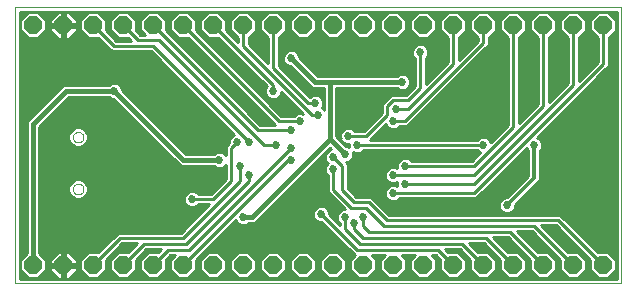
<source format=gbl>
G75*
G70*
%OFA0B0*%
%FSLAX24Y24*%
%IPPOS*%
%LPD*%
%AMOC8*
5,1,8,0,0,1.08239X$1,22.5*
%
%ADD10C,0.0000*%
%ADD11OC8,0.0600*%
%ADD12C,0.0100*%
%ADD13C,0.0270*%
%ADD14C,0.0160*%
%ADD15C,0.0120*%
D10*
X000350Y000158D02*
X000350Y009358D01*
X020550Y009358D01*
X020550Y000158D01*
X000350Y000158D01*
X002273Y003292D02*
X002275Y003318D01*
X002281Y003344D01*
X002291Y003369D01*
X002304Y003392D01*
X002320Y003412D01*
X002340Y003430D01*
X002362Y003445D01*
X002385Y003457D01*
X002411Y003465D01*
X002437Y003469D01*
X002463Y003469D01*
X002489Y003465D01*
X002515Y003457D01*
X002539Y003445D01*
X002560Y003430D01*
X002580Y003412D01*
X002596Y003392D01*
X002609Y003369D01*
X002619Y003344D01*
X002625Y003318D01*
X002627Y003292D01*
X002625Y003266D01*
X002619Y003240D01*
X002609Y003215D01*
X002596Y003192D01*
X002580Y003172D01*
X002560Y003154D01*
X002538Y003139D01*
X002515Y003127D01*
X002489Y003119D01*
X002463Y003115D01*
X002437Y003115D01*
X002411Y003119D01*
X002385Y003127D01*
X002361Y003139D01*
X002340Y003154D01*
X002320Y003172D01*
X002304Y003192D01*
X002291Y003215D01*
X002281Y003240D01*
X002275Y003266D01*
X002273Y003292D01*
X002273Y005024D02*
X002275Y005050D01*
X002281Y005076D01*
X002291Y005101D01*
X002304Y005124D01*
X002320Y005144D01*
X002340Y005162D01*
X002362Y005177D01*
X002385Y005189D01*
X002411Y005197D01*
X002437Y005201D01*
X002463Y005201D01*
X002489Y005197D01*
X002515Y005189D01*
X002539Y005177D01*
X002560Y005162D01*
X002580Y005144D01*
X002596Y005124D01*
X002609Y005101D01*
X002619Y005076D01*
X002625Y005050D01*
X002627Y005024D01*
X002625Y004998D01*
X002619Y004972D01*
X002609Y004947D01*
X002596Y004924D01*
X002580Y004904D01*
X002560Y004886D01*
X002538Y004871D01*
X002515Y004859D01*
X002489Y004851D01*
X002463Y004847D01*
X002437Y004847D01*
X002411Y004851D01*
X002385Y004859D01*
X002361Y004871D01*
X002340Y004886D01*
X002320Y004904D01*
X002304Y004924D01*
X002291Y004947D01*
X002281Y004972D01*
X002275Y004998D01*
X002273Y005024D01*
D11*
X001950Y008758D03*
X002950Y008758D03*
X003950Y008758D03*
X004950Y008758D03*
X005950Y008758D03*
X006950Y008758D03*
X007950Y008758D03*
X008950Y008758D03*
X009950Y008758D03*
X010950Y008758D03*
X011950Y008758D03*
X012950Y008758D03*
X013950Y008758D03*
X014950Y008758D03*
X015950Y008758D03*
X016950Y008758D03*
X017950Y008758D03*
X018950Y008758D03*
X019950Y008758D03*
X000950Y008758D03*
X000950Y000758D03*
X001950Y000758D03*
X002950Y000758D03*
X003950Y000758D03*
X004950Y000758D03*
X005950Y000758D03*
X006950Y000758D03*
X007950Y000758D03*
X008950Y000758D03*
X009950Y000758D03*
X010950Y000758D03*
X011950Y000758D03*
X012950Y000758D03*
X013950Y000758D03*
X014950Y000758D03*
X015950Y000758D03*
X016950Y000758D03*
X017950Y000758D03*
X018950Y000758D03*
X019950Y000758D03*
D12*
X018450Y002258D01*
X012750Y002258D01*
X012150Y002858D01*
X011650Y002858D01*
X011250Y003258D01*
X011250Y004058D01*
X010950Y004358D01*
X010775Y004158D02*
X010725Y004208D01*
X010685Y004305D01*
X010685Y004411D01*
X010725Y004508D01*
X010799Y004583D01*
X010890Y004620D01*
X010850Y004661D01*
X008460Y002271D01*
X008460Y002271D01*
X008337Y002148D01*
X008114Y002148D01*
X008100Y002133D01*
X008002Y002093D01*
X007897Y002093D01*
X007799Y002133D01*
X007725Y002208D01*
X007704Y002258D01*
X006380Y000934D01*
X006380Y000580D01*
X006128Y000328D01*
X005771Y000328D01*
X005520Y000580D01*
X005520Y000936D01*
X005662Y001078D01*
X005524Y001078D01*
X005380Y000934D01*
X005380Y000580D01*
X005128Y000328D01*
X004771Y000328D01*
X004520Y000580D01*
X004520Y000936D01*
X004771Y001188D01*
X005125Y001188D01*
X005215Y001278D01*
X004724Y001278D01*
X004380Y000934D01*
X004380Y000580D01*
X004128Y000328D01*
X003771Y000328D01*
X003520Y000580D01*
X003520Y000936D01*
X003771Y001188D01*
X004125Y001188D01*
X004415Y001478D01*
X003924Y001478D01*
X003380Y000934D01*
X003380Y000580D01*
X003128Y000328D01*
X002771Y000328D01*
X002520Y000580D01*
X002520Y000936D01*
X002771Y001188D01*
X003125Y001188D01*
X003670Y001733D01*
X003775Y001838D01*
X005875Y001838D01*
X006815Y002778D01*
X006444Y002778D01*
X006400Y002733D01*
X006302Y002693D01*
X006197Y002693D01*
X006099Y002733D01*
X006025Y002808D01*
X005985Y002905D01*
X005985Y003011D01*
X006025Y003108D01*
X006099Y003183D01*
X006197Y003223D01*
X006302Y003223D01*
X006400Y003183D01*
X006444Y003138D01*
X006875Y003138D01*
X007370Y003633D01*
X007370Y004103D01*
X007300Y004033D01*
X007202Y003993D01*
X007097Y003993D01*
X006999Y004033D01*
X006985Y004048D01*
X006037Y004048D01*
X005863Y004048D01*
X003618Y006293D01*
X003597Y006293D01*
X003499Y006333D01*
X003485Y006348D01*
X002137Y006348D01*
X001160Y005371D01*
X001160Y001156D01*
X001380Y000936D01*
X001380Y000580D01*
X001128Y000328D01*
X000771Y000328D01*
X000520Y000580D01*
X000520Y000936D01*
X000740Y001156D01*
X000740Y005371D01*
X000740Y005545D01*
X001840Y006645D01*
X001963Y006768D01*
X003485Y006768D01*
X003499Y006783D01*
X003597Y006823D01*
X003702Y006823D01*
X003800Y006783D01*
X003874Y006708D01*
X003915Y006611D01*
X003915Y006590D01*
X006037Y004468D01*
X006985Y004468D01*
X006999Y004483D01*
X007097Y004523D01*
X007202Y004523D01*
X007300Y004483D01*
X007370Y004413D01*
X007370Y004733D01*
X007475Y004838D01*
X007485Y004848D01*
X007485Y004911D01*
X007525Y005008D01*
X007599Y005083D01*
X007650Y005104D01*
X004875Y007878D01*
X003724Y007878D01*
X003575Y007878D01*
X003125Y008328D01*
X002771Y008328D01*
X002520Y008580D01*
X002520Y008936D01*
X002771Y009188D01*
X003128Y009188D01*
X003380Y008936D01*
X003380Y008583D01*
X003724Y008238D01*
X004215Y008238D01*
X004125Y008328D01*
X003771Y008328D01*
X003520Y008580D01*
X003520Y008936D01*
X003771Y009188D01*
X004128Y009188D01*
X004380Y008936D01*
X004380Y008583D01*
X004524Y008438D01*
X004662Y008438D01*
X004520Y008580D01*
X004520Y008936D01*
X004771Y009188D01*
X005128Y009188D01*
X005380Y008936D01*
X005380Y008583D01*
X008524Y005438D01*
X009015Y005438D01*
X006125Y008328D01*
X005771Y008328D01*
X005520Y008580D01*
X005520Y008936D01*
X005771Y009188D01*
X006128Y009188D01*
X006380Y008936D01*
X006380Y008583D01*
X009224Y005738D01*
X009655Y005738D01*
X009699Y005783D01*
X009797Y005823D01*
X009902Y005823D01*
X009950Y005803D01*
X009215Y006539D01*
X009215Y006505D01*
X009174Y006408D01*
X009100Y006333D01*
X009002Y006293D01*
X008897Y006293D01*
X008799Y006333D01*
X008725Y006408D01*
X008685Y006505D01*
X008685Y006611D01*
X008725Y006708D01*
X008735Y006718D01*
X007125Y008328D01*
X006771Y008328D01*
X006520Y008580D01*
X006520Y008936D01*
X006771Y009188D01*
X007128Y009188D01*
X007380Y008936D01*
X007380Y008583D01*
X007770Y008193D01*
X007770Y008330D01*
X007520Y008580D01*
X007520Y008936D01*
X007771Y009188D01*
X008128Y009188D01*
X008380Y008936D01*
X008380Y008580D01*
X008130Y008330D01*
X008130Y008133D01*
X008770Y007493D01*
X008770Y008330D01*
X008520Y008580D01*
X008520Y008936D01*
X008771Y009188D01*
X009128Y009188D01*
X009380Y008936D01*
X009380Y008580D01*
X009130Y008330D01*
X009130Y007407D01*
X010177Y006360D01*
X010199Y006383D01*
X010297Y006423D01*
X010402Y006423D01*
X010500Y006383D01*
X010574Y006308D01*
X010615Y006211D01*
X010615Y006105D01*
X010574Y006008D01*
X010564Y005998D01*
X010600Y005983D01*
X010640Y005943D01*
X010640Y006648D01*
X010263Y006648D01*
X010140Y006771D01*
X010140Y006771D01*
X009518Y007393D01*
X009497Y007393D01*
X009399Y007433D01*
X009325Y007508D01*
X009285Y007605D01*
X009285Y007711D01*
X009325Y007808D01*
X009399Y007883D01*
X009497Y007923D01*
X009602Y007923D01*
X009700Y007883D01*
X009774Y007808D01*
X009815Y007711D01*
X009815Y007690D01*
X010437Y007068D01*
X010763Y007068D01*
X010937Y007068D01*
X013085Y007068D01*
X013099Y007083D01*
X013197Y007123D01*
X013302Y007123D01*
X013400Y007083D01*
X013474Y007008D01*
X013515Y006911D01*
X013515Y006805D01*
X013474Y006708D01*
X013400Y006633D01*
X013302Y006593D01*
X013197Y006593D01*
X013099Y006633D01*
X013085Y006648D01*
X011060Y006648D01*
X011060Y005045D01*
X011382Y004723D01*
X011402Y004723D01*
X011493Y004686D01*
X011485Y004705D01*
X011485Y004793D01*
X011397Y004793D01*
X011299Y004833D01*
X011225Y004908D01*
X011185Y005005D01*
X011185Y005111D01*
X011225Y005208D01*
X011299Y005283D01*
X011397Y005323D01*
X011502Y005323D01*
X011600Y005283D01*
X011644Y005238D01*
X011975Y005238D01*
X012570Y005833D01*
X012570Y006133D01*
X012675Y006238D01*
X012875Y006438D01*
X013024Y006438D01*
X013375Y006438D01*
X013670Y006733D01*
X013670Y007663D01*
X013625Y007708D01*
X013585Y007805D01*
X013585Y007911D01*
X013625Y008008D01*
X013699Y008083D01*
X013797Y008123D01*
X013902Y008123D01*
X014000Y008083D01*
X014074Y008008D01*
X014115Y007911D01*
X014115Y007805D01*
X014074Y007708D01*
X014030Y007663D01*
X014030Y006793D01*
X014770Y007533D01*
X014770Y008330D01*
X014520Y008580D01*
X014520Y008936D01*
X014771Y009188D01*
X015128Y009188D01*
X015380Y008936D01*
X015380Y008580D01*
X015130Y008330D01*
X015130Y007593D01*
X015770Y008233D01*
X015130Y008233D01*
X015131Y008331D02*
X015768Y008331D01*
X015770Y008330D02*
X015770Y008233D01*
X015770Y008330D02*
X015520Y008580D01*
X015520Y008936D01*
X015771Y009188D01*
X016128Y009188D01*
X016380Y008936D01*
X016380Y008580D01*
X016130Y008330D01*
X016130Y008084D01*
X016024Y007978D01*
X016024Y007978D01*
X013424Y005378D01*
X013275Y005378D01*
X013144Y005378D01*
X013100Y005333D01*
X013002Y005293D01*
X012897Y005293D01*
X012799Y005333D01*
X012725Y005408D01*
X012704Y005458D01*
X012230Y004984D01*
X012184Y004938D01*
X015755Y004938D01*
X015799Y004983D01*
X015897Y005023D01*
X016002Y005023D01*
X016100Y004983D01*
X016174Y004908D01*
X016195Y004858D01*
X016770Y005433D01*
X016770Y008330D01*
X016520Y008580D01*
X016520Y008936D01*
X016771Y009188D01*
X017128Y009188D01*
X017380Y008936D01*
X017380Y008580D01*
X017130Y008330D01*
X017130Y005493D01*
X017770Y006133D01*
X017770Y008330D01*
X017520Y008580D01*
X017520Y008936D01*
X017771Y009188D01*
X018128Y009188D01*
X018380Y008936D01*
X018380Y008580D01*
X018130Y008330D01*
X018130Y006193D01*
X018770Y006833D01*
X018770Y008330D01*
X018520Y008580D01*
X018520Y008936D01*
X018771Y009188D01*
X019128Y009188D01*
X019380Y008936D01*
X019380Y008580D01*
X019130Y008330D01*
X019130Y006893D01*
X019770Y007533D01*
X019770Y008330D01*
X019520Y008580D01*
X019520Y008936D01*
X019771Y009188D01*
X020128Y009188D01*
X020380Y008936D01*
X020380Y008580D01*
X020130Y008330D01*
X020130Y007384D01*
X020024Y007278D01*
X017749Y005004D01*
X017800Y004983D01*
X017874Y004908D01*
X017915Y004811D01*
X017915Y004705D01*
X017874Y004608D01*
X017840Y004573D01*
X017840Y003737D01*
X017840Y003579D01*
X017015Y002754D01*
X017015Y002705D01*
X016974Y002608D01*
X016900Y002533D01*
X016802Y002493D01*
X016697Y002493D01*
X016599Y002533D01*
X016525Y002608D01*
X016485Y002705D01*
X016485Y002811D01*
X016525Y002908D01*
X016599Y002983D01*
X016697Y003023D01*
X016746Y003023D01*
X017460Y003737D01*
X017460Y004573D01*
X017425Y004608D01*
X017404Y004658D01*
X015724Y002978D01*
X015575Y002978D01*
X013144Y002978D01*
X013100Y002933D01*
X013002Y002893D01*
X012897Y002893D01*
X012799Y002933D01*
X012725Y003008D01*
X012685Y003105D01*
X012685Y003211D01*
X012725Y003308D01*
X012799Y003383D01*
X012897Y003423D01*
X013002Y003423D01*
X013093Y003386D01*
X013085Y003405D01*
X013085Y003511D01*
X013093Y003531D01*
X013002Y003493D01*
X012897Y003493D01*
X012799Y003533D01*
X012725Y003608D01*
X012685Y003705D01*
X012685Y003811D01*
X012725Y003908D01*
X012799Y003983D01*
X012897Y004023D01*
X013002Y004023D01*
X013093Y003986D01*
X013085Y004005D01*
X013085Y004111D01*
X013125Y004208D01*
X013199Y004283D01*
X013297Y004323D01*
X013402Y004323D01*
X013500Y004283D01*
X013544Y004238D01*
X015575Y004238D01*
X015850Y004513D01*
X015799Y004533D01*
X015755Y004578D01*
X011944Y004578D01*
X011900Y004533D01*
X011802Y004493D01*
X011697Y004493D01*
X011606Y004531D01*
X011615Y004511D01*
X011615Y004405D01*
X011574Y004308D01*
X011500Y004233D01*
X011402Y004193D01*
X011369Y004193D01*
X011430Y004133D01*
X011430Y003984D01*
X011430Y003333D01*
X011724Y003038D01*
X012075Y003038D01*
X012224Y003038D01*
X012824Y002438D01*
X018375Y002438D01*
X018524Y002438D01*
X019774Y001188D01*
X020128Y001188D01*
X020380Y000936D01*
X020380Y000580D01*
X020128Y000328D01*
X019771Y000328D01*
X019520Y000580D01*
X019520Y000934D01*
X018375Y002078D01*
X017884Y002078D01*
X018774Y001188D01*
X019128Y001188D01*
X019380Y000936D01*
X019380Y000580D01*
X019128Y000328D01*
X018771Y000328D01*
X018520Y000580D01*
X018520Y000934D01*
X017575Y001878D01*
X017084Y001878D01*
X017774Y001188D01*
X018128Y001188D01*
X018380Y000936D01*
X018380Y000580D01*
X018128Y000328D01*
X017771Y000328D01*
X017520Y000580D01*
X017520Y000934D01*
X016775Y001678D01*
X016284Y001678D01*
X016774Y001188D01*
X017128Y001188D01*
X017380Y000936D01*
X017380Y000580D01*
X017128Y000328D01*
X016771Y000328D01*
X016520Y000580D01*
X016520Y000934D01*
X015975Y001478D01*
X015484Y001478D01*
X015774Y001188D01*
X016128Y001188D01*
X016380Y000936D01*
X016380Y000580D01*
X016128Y000328D01*
X015771Y000328D01*
X015520Y000580D01*
X015520Y000934D01*
X015175Y001278D01*
X014684Y001278D01*
X014774Y001188D01*
X015128Y001188D01*
X015380Y000936D01*
X015380Y000580D01*
X015128Y000328D01*
X014771Y000328D01*
X014520Y000580D01*
X014520Y000934D01*
X014375Y001078D01*
X014238Y001078D01*
X014380Y000936D01*
X014380Y000580D01*
X014128Y000328D01*
X013771Y000328D01*
X013520Y000580D01*
X013520Y000936D01*
X013662Y001078D01*
X013238Y001078D01*
X013380Y000936D01*
X013380Y000580D01*
X013128Y000328D01*
X012771Y000328D01*
X012520Y000580D01*
X012520Y000936D01*
X012662Y001078D01*
X012238Y001078D01*
X012380Y000936D01*
X012380Y000580D01*
X012128Y000328D01*
X011771Y000328D01*
X011520Y000580D01*
X011520Y000936D01*
X011668Y001085D01*
X011570Y001184D01*
X010560Y002193D01*
X010497Y002193D01*
X010399Y002233D01*
X010325Y002308D01*
X010285Y002405D01*
X010285Y002511D01*
X010325Y002608D01*
X010399Y002683D01*
X010497Y002723D01*
X010602Y002723D01*
X010700Y002683D01*
X010774Y002608D01*
X010815Y002511D01*
X010815Y002448D01*
X011170Y002093D01*
X011170Y002163D01*
X011125Y002208D01*
X011085Y002305D01*
X011085Y002411D01*
X011125Y002508D01*
X011199Y002583D01*
X011297Y002623D01*
X011330Y002623D01*
X010770Y003184D01*
X010770Y003333D01*
X010770Y003763D01*
X010725Y003808D01*
X010685Y003905D01*
X010685Y004011D01*
X010725Y004108D01*
X010775Y004158D01*
X010740Y004193D02*
X010381Y004193D01*
X010480Y004291D02*
X010691Y004291D01*
X010685Y004390D02*
X010578Y004390D01*
X010677Y004488D02*
X010717Y004488D01*
X010775Y004587D02*
X010809Y004587D01*
X011321Y004784D02*
X011485Y004784D01*
X011251Y004882D02*
X011222Y004882D01*
X011195Y004981D02*
X011124Y004981D01*
X011185Y005079D02*
X011060Y005079D01*
X011060Y005178D02*
X011212Y005178D01*
X011293Y005277D02*
X011060Y005277D01*
X011060Y005375D02*
X012112Y005375D01*
X012014Y005277D02*
X011606Y005277D01*
X011450Y005058D02*
X012050Y005058D01*
X012750Y005758D01*
X012750Y006058D01*
X012950Y006258D01*
X013450Y006258D01*
X013850Y006658D01*
X013850Y007858D01*
X014088Y007740D02*
X014770Y007740D01*
X014770Y007642D02*
X014030Y007642D01*
X014030Y007543D02*
X014770Y007543D01*
X014681Y007444D02*
X014030Y007444D01*
X014030Y007346D02*
X014583Y007346D01*
X014484Y007247D02*
X014030Y007247D01*
X014030Y007149D02*
X014386Y007149D01*
X014287Y007050D02*
X014030Y007050D01*
X014030Y006952D02*
X014189Y006952D01*
X014090Y006853D02*
X014030Y006853D01*
X013670Y006853D02*
X013515Y006853D01*
X013498Y006952D02*
X013670Y006952D01*
X013670Y007050D02*
X013432Y007050D01*
X013670Y007149D02*
X010356Y007149D01*
X010257Y007247D02*
X013670Y007247D01*
X013670Y007346D02*
X010159Y007346D01*
X010060Y007444D02*
X013670Y007444D01*
X013670Y007543D02*
X009962Y007543D01*
X009863Y007642D02*
X013670Y007642D01*
X013612Y007740D02*
X009802Y007740D01*
X009744Y007839D02*
X013585Y007839D01*
X013596Y007937D02*
X009130Y007937D01*
X009130Y007839D02*
X009355Y007839D01*
X009297Y007740D02*
X009130Y007740D01*
X009130Y007642D02*
X009285Y007642D01*
X009310Y007543D02*
X009130Y007543D01*
X009130Y007444D02*
X009388Y007444D01*
X009565Y007346D02*
X009191Y007346D01*
X009289Y007247D02*
X009663Y007247D01*
X009762Y007149D02*
X009388Y007149D01*
X009486Y007050D02*
X009860Y007050D01*
X009959Y006952D02*
X009585Y006952D01*
X009683Y006853D02*
X010057Y006853D01*
X010156Y006755D02*
X009782Y006755D01*
X009880Y006656D02*
X010255Y006656D01*
X009979Y006558D02*
X010640Y006558D01*
X010640Y006459D02*
X010077Y006459D01*
X010176Y006361D02*
X010177Y006361D01*
X010522Y006361D02*
X010640Y006361D01*
X010640Y006262D02*
X010593Y006262D01*
X010615Y006163D02*
X010640Y006163D01*
X010640Y006065D02*
X010598Y006065D01*
X010616Y005966D02*
X010640Y005966D01*
X011060Y005966D02*
X012570Y005966D01*
X012570Y005868D02*
X011060Y005868D01*
X011060Y005769D02*
X012506Y005769D01*
X012408Y005671D02*
X011060Y005671D01*
X011060Y005572D02*
X012309Y005572D01*
X012211Y005474D02*
X011060Y005474D01*
X010450Y005758D02*
X010250Y005758D01*
X007950Y008058D01*
X007950Y008758D01*
X008380Y008726D02*
X008520Y008726D01*
X008520Y008824D02*
X008380Y008824D01*
X008380Y008923D02*
X008520Y008923D01*
X008605Y009021D02*
X008295Y009021D01*
X008196Y009120D02*
X008703Y009120D01*
X009196Y009120D02*
X009703Y009120D01*
X009771Y009188D02*
X009520Y008936D01*
X009520Y008580D01*
X009771Y008328D01*
X010128Y008328D01*
X010380Y008580D01*
X010380Y008936D01*
X010128Y009188D01*
X009771Y009188D01*
X010196Y009120D02*
X010703Y009120D01*
X010771Y009188D02*
X010520Y008936D01*
X010520Y008580D01*
X010771Y008328D01*
X011128Y008328D01*
X011380Y008580D01*
X011380Y008936D01*
X011128Y009188D01*
X010771Y009188D01*
X011196Y009120D02*
X011703Y009120D01*
X011771Y009188D02*
X011520Y008936D01*
X011520Y008580D01*
X011771Y008328D01*
X012128Y008328D01*
X012380Y008580D01*
X012380Y008936D01*
X012128Y009188D01*
X011771Y009188D01*
X011605Y009021D02*
X011295Y009021D01*
X011380Y008923D02*
X011520Y008923D01*
X011520Y008824D02*
X011380Y008824D01*
X011380Y008726D02*
X011520Y008726D01*
X011520Y008627D02*
X011380Y008627D01*
X011328Y008528D02*
X011571Y008528D01*
X011670Y008430D02*
X011229Y008430D01*
X011131Y008331D02*
X011768Y008331D01*
X012131Y008331D02*
X012768Y008331D01*
X012771Y008328D02*
X013128Y008328D01*
X013380Y008580D01*
X013380Y008936D01*
X013128Y009188D01*
X012771Y009188D01*
X012520Y008936D01*
X012520Y008580D01*
X012771Y008328D01*
X012670Y008430D02*
X012229Y008430D01*
X012328Y008528D02*
X012571Y008528D01*
X012520Y008627D02*
X012380Y008627D01*
X012380Y008726D02*
X012520Y008726D01*
X012520Y008824D02*
X012380Y008824D01*
X012380Y008923D02*
X012520Y008923D01*
X012605Y009021D02*
X012295Y009021D01*
X012196Y009120D02*
X012703Y009120D01*
X013196Y009120D02*
X013703Y009120D01*
X013771Y009188D02*
X013520Y008936D01*
X013520Y008580D01*
X013771Y008328D01*
X014128Y008328D01*
X014380Y008580D01*
X014380Y008936D01*
X014128Y009188D01*
X013771Y009188D01*
X014196Y009120D02*
X014703Y009120D01*
X014605Y009021D02*
X014295Y009021D01*
X014380Y008923D02*
X014520Y008923D01*
X014520Y008824D02*
X014380Y008824D01*
X014380Y008726D02*
X014520Y008726D01*
X014520Y008627D02*
X014380Y008627D01*
X014328Y008528D02*
X014571Y008528D01*
X014670Y008430D02*
X014229Y008430D01*
X014131Y008331D02*
X014768Y008331D01*
X014770Y008233D02*
X009130Y008233D01*
X009131Y008331D02*
X009768Y008331D01*
X009670Y008430D02*
X009229Y008430D01*
X009328Y008528D02*
X009571Y008528D01*
X009520Y008627D02*
X009380Y008627D01*
X009380Y008726D02*
X009520Y008726D01*
X009520Y008824D02*
X009380Y008824D01*
X009380Y008923D02*
X009520Y008923D01*
X009605Y009021D02*
X009295Y009021D01*
X008950Y008758D02*
X008950Y007332D01*
X010124Y006158D01*
X010350Y006158D01*
X009787Y005966D02*
X008996Y005966D01*
X009094Y005868D02*
X009885Y005868D01*
X009686Y005769D02*
X009193Y005769D01*
X008782Y005671D02*
X008291Y005671D01*
X008193Y005769D02*
X008684Y005769D01*
X008585Y005868D02*
X008094Y005868D01*
X007996Y005966D02*
X008487Y005966D01*
X008388Y006065D02*
X007897Y006065D01*
X007799Y006163D02*
X008290Y006163D01*
X008191Y006262D02*
X007700Y006262D01*
X007602Y006361D02*
X008093Y006361D01*
X007994Y006459D02*
X007503Y006459D01*
X007405Y006558D02*
X007896Y006558D01*
X007797Y006656D02*
X007306Y006656D01*
X007208Y006755D02*
X007698Y006755D01*
X007600Y006853D02*
X007109Y006853D01*
X007010Y006952D02*
X007501Y006952D01*
X007403Y007050D02*
X006912Y007050D01*
X006813Y007149D02*
X007304Y007149D01*
X007206Y007247D02*
X006715Y007247D01*
X006616Y007346D02*
X007107Y007346D01*
X007009Y007444D02*
X006518Y007444D01*
X006419Y007543D02*
X006910Y007543D01*
X006812Y007642D02*
X006321Y007642D01*
X006222Y007740D02*
X006713Y007740D01*
X006614Y007839D02*
X006124Y007839D01*
X006025Y007937D02*
X006516Y007937D01*
X006417Y008036D02*
X005926Y008036D01*
X005828Y008134D02*
X006319Y008134D01*
X006220Y008233D02*
X005729Y008233D01*
X005768Y008331D02*
X005631Y008331D01*
X005670Y008430D02*
X005532Y008430D01*
X005571Y008528D02*
X005434Y008528D01*
X005380Y008627D02*
X005520Y008627D01*
X005520Y008726D02*
X005380Y008726D01*
X005380Y008824D02*
X005520Y008824D01*
X005520Y008923D02*
X005380Y008923D01*
X005295Y009021D02*
X005605Y009021D01*
X005703Y009120D02*
X005196Y009120D01*
X004703Y009120D02*
X004196Y009120D01*
X004295Y009021D02*
X004605Y009021D01*
X004520Y008923D02*
X004380Y008923D01*
X004380Y008824D02*
X004520Y008824D01*
X004520Y008726D02*
X004380Y008726D01*
X004380Y008627D02*
X004520Y008627D01*
X004571Y008528D02*
X004434Y008528D01*
X003768Y008331D02*
X003631Y008331D01*
X003670Y008430D02*
X003532Y008430D01*
X003571Y008528D02*
X003434Y008528D01*
X003380Y008627D02*
X003520Y008627D01*
X003520Y008726D02*
X003380Y008726D01*
X003380Y008824D02*
X003520Y008824D01*
X003520Y008923D02*
X003380Y008923D01*
X003295Y009021D02*
X003605Y009021D01*
X003703Y009120D02*
X003196Y009120D01*
X002703Y009120D02*
X002224Y009120D01*
X002136Y009208D02*
X002000Y009208D01*
X002000Y008808D01*
X002400Y008808D01*
X002400Y008944D01*
X002136Y009208D01*
X002000Y009120D02*
X001900Y009120D01*
X001900Y009208D02*
X001763Y009208D01*
X001500Y008944D01*
X001500Y008808D01*
X001899Y008808D01*
X001899Y008708D01*
X001500Y008708D01*
X001500Y008572D01*
X001763Y008308D01*
X001900Y008308D01*
X001900Y008708D01*
X002000Y008708D01*
X002000Y008808D01*
X001900Y008808D01*
X001900Y009208D01*
X001675Y009120D02*
X001196Y009120D01*
X001128Y009188D02*
X000771Y009188D01*
X000520Y008936D01*
X000520Y008580D01*
X000771Y008328D01*
X001128Y008328D01*
X001380Y008580D01*
X001380Y008936D01*
X001128Y009188D01*
X000703Y009120D02*
X000500Y009120D01*
X000500Y009208D02*
X020400Y009208D01*
X020400Y000308D01*
X000500Y000308D01*
X000500Y009208D01*
X000500Y009021D02*
X000605Y009021D01*
X000520Y008923D02*
X000500Y008923D01*
X000500Y008824D02*
X000520Y008824D01*
X000520Y008726D02*
X000500Y008726D01*
X000500Y008627D02*
X000520Y008627D01*
X000500Y008528D02*
X000571Y008528D01*
X000500Y008430D02*
X000670Y008430D01*
X000768Y008331D02*
X000500Y008331D01*
X000500Y008233D02*
X003220Y008233D01*
X003319Y008134D02*
X000500Y008134D01*
X000500Y008036D02*
X003417Y008036D01*
X003516Y007937D02*
X000500Y007937D01*
X000500Y007839D02*
X004914Y007839D01*
X005013Y007740D02*
X000500Y007740D01*
X000500Y007642D02*
X005112Y007642D01*
X005210Y007543D02*
X000500Y007543D01*
X000500Y007444D02*
X005309Y007444D01*
X005407Y007346D02*
X000500Y007346D01*
X000500Y007247D02*
X005506Y007247D01*
X005604Y007149D02*
X000500Y007149D01*
X000500Y007050D02*
X005703Y007050D01*
X005801Y006952D02*
X000500Y006952D01*
X000500Y006853D02*
X005900Y006853D01*
X005998Y006755D02*
X003828Y006755D01*
X003896Y006656D02*
X006097Y006656D01*
X006196Y006558D02*
X003947Y006558D01*
X004046Y006459D02*
X006294Y006459D01*
X006393Y006361D02*
X004144Y006361D01*
X004243Y006262D02*
X006491Y006262D01*
X006590Y006163D02*
X004341Y006163D01*
X004440Y006065D02*
X006688Y006065D01*
X006787Y005966D02*
X004538Y005966D01*
X004637Y005868D02*
X006885Y005868D01*
X006984Y005769D02*
X004735Y005769D01*
X004834Y005671D02*
X007082Y005671D01*
X007181Y005572D02*
X004932Y005572D01*
X005031Y005474D02*
X007280Y005474D01*
X007378Y005375D02*
X005130Y005375D01*
X005228Y005277D02*
X007477Y005277D01*
X007575Y005178D02*
X005327Y005178D01*
X005425Y005079D02*
X007596Y005079D01*
X007514Y004981D02*
X005524Y004981D01*
X005622Y004882D02*
X007485Y004882D01*
X007421Y004784D02*
X005721Y004784D01*
X005819Y004685D02*
X007370Y004685D01*
X007370Y004587D02*
X005918Y004587D01*
X006016Y004488D02*
X007013Y004488D01*
X007286Y004488D02*
X007370Y004488D01*
X007550Y004658D02*
X007550Y003558D01*
X006950Y002958D01*
X006250Y002958D01*
X005985Y002911D02*
X001160Y002911D01*
X001160Y002813D02*
X006023Y002813D01*
X006145Y002714D02*
X001160Y002714D01*
X001160Y002616D02*
X006653Y002616D01*
X006751Y002714D02*
X006354Y002714D01*
X006554Y002517D02*
X001160Y002517D01*
X001160Y002419D02*
X006456Y002419D01*
X006357Y002320D02*
X001160Y002320D01*
X001160Y002222D02*
X006259Y002222D01*
X006160Y002123D02*
X001160Y002123D01*
X001160Y002025D02*
X006062Y002025D01*
X005963Y001926D02*
X001160Y001926D01*
X001160Y001828D02*
X003764Y001828D01*
X003666Y001729D02*
X001160Y001729D01*
X001160Y001630D02*
X003567Y001630D01*
X003469Y001532D02*
X001160Y001532D01*
X001160Y001433D02*
X003370Y001433D01*
X003272Y001335D02*
X001160Y001335D01*
X000740Y001335D02*
X000500Y001335D01*
X000500Y001433D02*
X000740Y001433D01*
X000740Y001532D02*
X000500Y001532D01*
X000500Y001630D02*
X000740Y001630D01*
X000740Y001729D02*
X000500Y001729D01*
X000500Y001828D02*
X000740Y001828D01*
X000740Y001926D02*
X000500Y001926D01*
X000500Y002025D02*
X000740Y002025D01*
X000740Y002123D02*
X000500Y002123D01*
X000500Y002222D02*
X000740Y002222D01*
X000740Y002320D02*
X000500Y002320D01*
X000500Y002419D02*
X000740Y002419D01*
X000740Y002517D02*
X000500Y002517D01*
X000500Y002616D02*
X000740Y002616D01*
X000740Y002714D02*
X000500Y002714D01*
X000500Y002813D02*
X000740Y002813D01*
X000740Y002911D02*
X000500Y002911D01*
X000500Y003010D02*
X000740Y003010D01*
X000740Y003109D02*
X000500Y003109D01*
X000500Y003207D02*
X000740Y003207D01*
X000740Y003306D02*
X000500Y003306D01*
X000500Y003404D02*
X000740Y003404D01*
X000740Y003503D02*
X000500Y003503D01*
X000500Y003601D02*
X000740Y003601D01*
X000740Y003700D02*
X000500Y003700D01*
X000500Y003798D02*
X000740Y003798D01*
X000740Y003897D02*
X000500Y003897D01*
X000500Y003995D02*
X000740Y003995D01*
X000740Y004094D02*
X000500Y004094D01*
X000500Y004193D02*
X000740Y004193D01*
X000740Y004291D02*
X000500Y004291D01*
X000500Y004390D02*
X000740Y004390D01*
X000740Y004488D02*
X000500Y004488D01*
X000500Y004587D02*
X000740Y004587D01*
X000740Y004685D02*
X000500Y004685D01*
X000500Y004784D02*
X000740Y004784D01*
X000740Y004882D02*
X000500Y004882D01*
X000500Y004981D02*
X000740Y004981D01*
X000740Y005079D02*
X000500Y005079D01*
X000500Y005178D02*
X000740Y005178D01*
X000740Y005277D02*
X000500Y005277D01*
X000500Y005375D02*
X000740Y005375D01*
X000740Y005474D02*
X000500Y005474D01*
X000500Y005572D02*
X000767Y005572D01*
X000865Y005671D02*
X000500Y005671D01*
X000500Y005769D02*
X000964Y005769D01*
X001062Y005868D02*
X000500Y005868D01*
X000500Y005966D02*
X001161Y005966D01*
X001259Y006065D02*
X000500Y006065D01*
X000500Y006163D02*
X001358Y006163D01*
X001456Y006262D02*
X000500Y006262D01*
X000500Y006361D02*
X001555Y006361D01*
X001654Y006459D02*
X000500Y006459D01*
X000500Y006558D02*
X001752Y006558D01*
X001851Y006656D02*
X000500Y006656D01*
X000500Y006755D02*
X001949Y006755D01*
X002050Y006262D02*
X003649Y006262D01*
X003747Y006163D02*
X001952Y006163D01*
X001853Y006065D02*
X003846Y006065D01*
X003944Y005966D02*
X001755Y005966D01*
X001656Y005868D02*
X004043Y005868D01*
X004141Y005769D02*
X001558Y005769D01*
X001459Y005671D02*
X004240Y005671D01*
X004339Y005572D02*
X001361Y005572D01*
X001262Y005474D02*
X004437Y005474D01*
X004536Y005375D02*
X001164Y005375D01*
X001160Y005277D02*
X002239Y005277D01*
X002264Y005302D02*
X002172Y005210D01*
X002122Y005089D01*
X002122Y004959D01*
X002172Y004839D01*
X002264Y004747D01*
X002384Y004697D01*
X002515Y004697D01*
X002635Y004747D01*
X002727Y004839D01*
X002777Y004959D01*
X002777Y005089D01*
X002727Y005210D01*
X002635Y005302D01*
X002515Y005351D01*
X002384Y005351D01*
X002264Y005302D01*
X002159Y005178D02*
X001160Y005178D01*
X001160Y005079D02*
X002122Y005079D01*
X002122Y004981D02*
X001160Y004981D01*
X001160Y004882D02*
X002154Y004882D01*
X002227Y004784D02*
X001160Y004784D01*
X001160Y004685D02*
X005225Y004685D01*
X005127Y004784D02*
X002672Y004784D01*
X002745Y004882D02*
X005028Y004882D01*
X004930Y004981D02*
X002777Y004981D01*
X002777Y005079D02*
X004831Y005079D01*
X004733Y005178D02*
X002740Y005178D01*
X002660Y005277D02*
X004634Y005277D01*
X005324Y004587D02*
X001160Y004587D01*
X001160Y004488D02*
X005423Y004488D01*
X005521Y004390D02*
X001160Y004390D01*
X001160Y004291D02*
X005620Y004291D01*
X005718Y004193D02*
X001160Y004193D01*
X001160Y004094D02*
X005817Y004094D01*
X007091Y003995D02*
X001160Y003995D01*
X001160Y003897D02*
X007370Y003897D01*
X007370Y003798D02*
X001160Y003798D01*
X001160Y003700D02*
X007370Y003700D01*
X007338Y003601D02*
X002558Y003601D01*
X002515Y003619D02*
X002635Y003569D01*
X002727Y003477D01*
X002777Y003357D01*
X002777Y003227D01*
X002727Y003107D01*
X002635Y003015D01*
X002515Y002965D01*
X002384Y002965D01*
X002264Y003015D01*
X002172Y003107D01*
X002122Y003227D01*
X002122Y003357D01*
X002172Y003477D01*
X002264Y003569D01*
X002384Y003619D01*
X002515Y003619D01*
X002342Y003601D02*
X001160Y003601D01*
X001160Y003503D02*
X002198Y003503D01*
X002142Y003404D02*
X001160Y003404D01*
X001160Y003306D02*
X002122Y003306D01*
X002131Y003207D02*
X001160Y003207D01*
X001160Y003109D02*
X002171Y003109D01*
X002275Y003010D02*
X001160Y003010D01*
X002624Y003010D02*
X005985Y003010D01*
X006025Y003109D02*
X002728Y003109D01*
X002769Y003207D02*
X006158Y003207D01*
X006341Y003207D02*
X006944Y003207D01*
X007043Y003306D02*
X002777Y003306D01*
X002757Y003404D02*
X007141Y003404D01*
X007240Y003503D02*
X002701Y003503D01*
X007208Y003995D02*
X007370Y003995D01*
X007360Y004094D02*
X007370Y004094D01*
X007850Y004058D02*
X007850Y003558D01*
X005950Y001658D01*
X003850Y001658D01*
X002950Y000758D01*
X003380Y000744D02*
X003520Y000744D01*
X003520Y000842D02*
X003380Y000842D01*
X003387Y000941D02*
X003524Y000941D01*
X003485Y001039D02*
X003623Y001039D01*
X003584Y001138D02*
X003721Y001138D01*
X003682Y001236D02*
X004173Y001236D01*
X004584Y001138D02*
X004721Y001138D01*
X004682Y001236D02*
X005173Y001236D01*
X005450Y001258D02*
X004950Y000758D01*
X004520Y000744D02*
X004380Y000744D01*
X004380Y000842D02*
X004520Y000842D01*
X004524Y000941D02*
X004387Y000941D01*
X004485Y001039D02*
X004623Y001039D01*
X004650Y001458D02*
X003950Y000758D01*
X003520Y000645D02*
X003380Y000645D01*
X003346Y000546D02*
X003553Y000546D01*
X003652Y000448D02*
X003247Y000448D01*
X003149Y000349D02*
X003750Y000349D01*
X004149Y000349D02*
X004750Y000349D01*
X004652Y000448D02*
X004247Y000448D01*
X004346Y000546D02*
X004553Y000546D01*
X004520Y000645D02*
X004380Y000645D01*
X005247Y000448D02*
X005652Y000448D01*
X005750Y000349D02*
X005149Y000349D01*
X005346Y000546D02*
X005553Y000546D01*
X005520Y000645D02*
X005380Y000645D01*
X005380Y000744D02*
X005520Y000744D01*
X005520Y000842D02*
X005380Y000842D01*
X005387Y000941D02*
X005524Y000941D01*
X005485Y001039D02*
X005623Y001039D01*
X005450Y001258D02*
X006150Y001258D01*
X009550Y004658D01*
X009050Y004758D02*
X008650Y004758D01*
X005150Y008258D01*
X004450Y008258D01*
X003950Y008758D01*
X003650Y008058D02*
X002950Y008758D01*
X002520Y008726D02*
X002000Y008726D01*
X002000Y008708D02*
X002400Y008708D01*
X002400Y008572D01*
X002136Y008308D01*
X002000Y008308D01*
X002000Y008708D01*
X002000Y008627D02*
X001900Y008627D01*
X001900Y008528D02*
X002000Y008528D01*
X002000Y008430D02*
X001900Y008430D01*
X001900Y008331D02*
X002000Y008331D01*
X002159Y008331D02*
X002768Y008331D01*
X002670Y008430D02*
X002258Y008430D01*
X002356Y008528D02*
X002571Y008528D01*
X002520Y008627D02*
X002400Y008627D01*
X001899Y008726D02*
X001380Y008726D01*
X001380Y008824D02*
X001500Y008824D01*
X001500Y008923D02*
X001380Y008923D01*
X001295Y009021D02*
X001576Y009021D01*
X001900Y009021D02*
X002000Y009021D01*
X002000Y008923D02*
X001900Y008923D01*
X001900Y008824D02*
X002000Y008824D01*
X002400Y008824D02*
X002520Y008824D01*
X002520Y008923D02*
X002400Y008923D01*
X002323Y009021D02*
X002605Y009021D01*
X001500Y008627D02*
X001380Y008627D01*
X001328Y008528D02*
X001543Y008528D01*
X001641Y008430D02*
X001229Y008430D01*
X001131Y008331D02*
X001740Y008331D01*
X003650Y008058D02*
X004950Y008058D01*
X008150Y004858D01*
X007750Y004858D02*
X007550Y004658D01*
X009450Y004258D02*
X005950Y000758D01*
X006380Y000744D02*
X006520Y000744D01*
X006520Y000842D02*
X006380Y000842D01*
X006387Y000941D02*
X006524Y000941D01*
X006520Y000936D02*
X006520Y000580D01*
X006771Y000328D01*
X007128Y000328D01*
X007380Y000580D01*
X007380Y000936D01*
X007128Y001188D01*
X006771Y001188D01*
X006520Y000936D01*
X006485Y001039D02*
X006623Y001039D01*
X006584Y001138D02*
X006721Y001138D01*
X006682Y001236D02*
X011517Y001236D01*
X011615Y001138D02*
X011178Y001138D01*
X011128Y001188D02*
X010771Y001188D01*
X010520Y000936D01*
X010520Y000580D01*
X010771Y000328D01*
X011128Y000328D01*
X011380Y000580D01*
X011380Y000936D01*
X011128Y001188D01*
X010721Y001138D02*
X010178Y001138D01*
X010128Y001188D02*
X009771Y001188D01*
X009520Y000936D01*
X009520Y000580D01*
X009771Y000328D01*
X010128Y000328D01*
X010380Y000580D01*
X010380Y000936D01*
X010128Y001188D01*
X009721Y001138D02*
X009178Y001138D01*
X009128Y001188D02*
X008771Y001188D01*
X008520Y000936D01*
X008520Y000580D01*
X008771Y000328D01*
X009128Y000328D01*
X009380Y000580D01*
X009380Y000936D01*
X009128Y001188D01*
X009277Y001039D02*
X009623Y001039D01*
X009524Y000941D02*
X009375Y000941D01*
X009380Y000842D02*
X009520Y000842D01*
X009520Y000744D02*
X009380Y000744D01*
X009380Y000645D02*
X009520Y000645D01*
X009553Y000546D02*
X009346Y000546D01*
X009247Y000448D02*
X009652Y000448D01*
X009750Y000349D02*
X009149Y000349D01*
X008750Y000349D02*
X008149Y000349D01*
X008128Y000328D02*
X008380Y000580D01*
X008380Y000936D01*
X008128Y001188D01*
X007771Y001188D01*
X007520Y000936D01*
X007520Y000580D01*
X007771Y000328D01*
X008128Y000328D01*
X008247Y000448D02*
X008652Y000448D01*
X008553Y000546D02*
X008346Y000546D01*
X008380Y000645D02*
X008520Y000645D01*
X008520Y000744D02*
X008380Y000744D01*
X008380Y000842D02*
X008520Y000842D01*
X008524Y000941D02*
X008375Y000941D01*
X008277Y001039D02*
X008623Y001039D01*
X008721Y001138D02*
X008178Y001138D01*
X007721Y001138D02*
X007178Y001138D01*
X007277Y001039D02*
X007623Y001039D01*
X007524Y000941D02*
X007375Y000941D01*
X007380Y000842D02*
X007520Y000842D01*
X007520Y000744D02*
X007380Y000744D01*
X007380Y000645D02*
X007520Y000645D01*
X007553Y000546D02*
X007346Y000546D01*
X007247Y000448D02*
X007652Y000448D01*
X007750Y000349D02*
X007149Y000349D01*
X006750Y000349D02*
X006149Y000349D01*
X006247Y000448D02*
X006652Y000448D01*
X006553Y000546D02*
X006346Y000546D01*
X006380Y000645D02*
X006520Y000645D01*
X006781Y001335D02*
X011418Y001335D01*
X011320Y001433D02*
X006879Y001433D01*
X006978Y001532D02*
X011221Y001532D01*
X011123Y001630D02*
X007076Y001630D01*
X007175Y001729D02*
X011024Y001729D01*
X010926Y001828D02*
X007274Y001828D01*
X007372Y001926D02*
X010827Y001926D01*
X010729Y002025D02*
X007471Y002025D01*
X007569Y002123D02*
X007824Y002123D01*
X007719Y002222D02*
X007668Y002222D01*
X008075Y002123D02*
X010630Y002123D01*
X010428Y002222D02*
X008410Y002222D01*
X008509Y002320D02*
X010320Y002320D01*
X010285Y002419D02*
X008607Y002419D01*
X008706Y002517D02*
X010287Y002517D01*
X010333Y002616D02*
X008804Y002616D01*
X008903Y002714D02*
X010476Y002714D01*
X010623Y002714D02*
X011239Y002714D01*
X011279Y002616D02*
X010767Y002616D01*
X010812Y002517D02*
X011134Y002517D01*
X011088Y002419D02*
X010843Y002419D01*
X010942Y002320D02*
X011085Y002320D01*
X011119Y002222D02*
X011041Y002222D01*
X011139Y002123D02*
X011170Y002123D01*
X011350Y001958D02*
X011350Y002358D01*
X011650Y002158D02*
X011650Y001958D01*
X011950Y001658D01*
X016050Y001658D01*
X016950Y000758D01*
X017380Y000744D02*
X017520Y000744D01*
X017520Y000842D02*
X017380Y000842D01*
X017375Y000941D02*
X017513Y000941D01*
X017414Y001039D02*
X017277Y001039D01*
X017315Y001138D02*
X017178Y001138D01*
X017217Y001236D02*
X016726Y001236D01*
X016315Y001138D02*
X016178Y001138D01*
X016217Y001236D02*
X015726Y001236D01*
X015315Y001138D02*
X015178Y001138D01*
X015217Y001236D02*
X014726Y001236D01*
X014450Y001258D02*
X014950Y000758D01*
X014520Y000744D02*
X014380Y000744D01*
X014380Y000842D02*
X014520Y000842D01*
X014513Y000941D02*
X014375Y000941D01*
X014414Y001039D02*
X014277Y001039D01*
X013623Y001039D02*
X013277Y001039D01*
X013375Y000941D02*
X013524Y000941D01*
X013520Y000842D02*
X013380Y000842D01*
X013380Y000744D02*
X013520Y000744D01*
X013520Y000645D02*
X013380Y000645D01*
X013346Y000546D02*
X013553Y000546D01*
X013652Y000448D02*
X013247Y000448D01*
X013149Y000349D02*
X013750Y000349D01*
X014149Y000349D02*
X014750Y000349D01*
X014652Y000448D02*
X014247Y000448D01*
X014346Y000546D02*
X014553Y000546D01*
X014520Y000645D02*
X014380Y000645D01*
X015247Y000448D02*
X015652Y000448D01*
X015750Y000349D02*
X015149Y000349D01*
X015346Y000546D02*
X015553Y000546D01*
X015520Y000645D02*
X015380Y000645D01*
X015380Y000744D02*
X015520Y000744D01*
X015520Y000842D02*
X015380Y000842D01*
X015375Y000941D02*
X015513Y000941D01*
X015414Y001039D02*
X015277Y001039D01*
X015250Y001458D02*
X015950Y000758D01*
X016380Y000744D02*
X016520Y000744D01*
X016520Y000842D02*
X016380Y000842D01*
X016375Y000941D02*
X016513Y000941D01*
X016414Y001039D02*
X016277Y001039D01*
X016118Y001335D02*
X015627Y001335D01*
X015529Y001433D02*
X016020Y001433D01*
X016430Y001532D02*
X016921Y001532D01*
X016823Y001630D02*
X016332Y001630D01*
X016529Y001433D02*
X017020Y001433D01*
X017118Y001335D02*
X016627Y001335D01*
X017430Y001532D02*
X017921Y001532D01*
X017823Y001630D02*
X017332Y001630D01*
X017233Y001729D02*
X017724Y001729D01*
X017626Y001828D02*
X017135Y001828D01*
X016850Y001858D02*
X017950Y000758D01*
X018380Y000744D02*
X018520Y000744D01*
X018520Y000842D02*
X018380Y000842D01*
X018375Y000941D02*
X018513Y000941D01*
X018414Y001039D02*
X018277Y001039D01*
X018315Y001138D02*
X018178Y001138D01*
X018217Y001236D02*
X017726Y001236D01*
X017627Y001335D02*
X018118Y001335D01*
X018020Y001433D02*
X017529Y001433D01*
X018332Y001630D02*
X018823Y001630D01*
X018921Y001532D02*
X018430Y001532D01*
X018529Y001433D02*
X019020Y001433D01*
X019118Y001335D02*
X018627Y001335D01*
X018726Y001236D02*
X019217Y001236D01*
X019178Y001138D02*
X019315Y001138D01*
X019277Y001039D02*
X019414Y001039D01*
X019375Y000941D02*
X019513Y000941D01*
X019520Y000842D02*
X019380Y000842D01*
X019380Y000744D02*
X019520Y000744D01*
X019520Y000645D02*
X019380Y000645D01*
X019346Y000546D02*
X019553Y000546D01*
X019652Y000448D02*
X019247Y000448D01*
X019149Y000349D02*
X019750Y000349D01*
X020149Y000349D02*
X020400Y000349D01*
X020400Y000448D02*
X020247Y000448D01*
X020346Y000546D02*
X020400Y000546D01*
X020400Y000645D02*
X020380Y000645D01*
X020380Y000744D02*
X020400Y000744D01*
X020400Y000842D02*
X020380Y000842D01*
X020375Y000941D02*
X020400Y000941D01*
X020400Y001039D02*
X020277Y001039D01*
X020178Y001138D02*
X020400Y001138D01*
X020400Y001236D02*
X019726Y001236D01*
X019627Y001335D02*
X020400Y001335D01*
X020400Y001433D02*
X019529Y001433D01*
X019430Y001532D02*
X020400Y001532D01*
X020400Y001630D02*
X019332Y001630D01*
X019233Y001729D02*
X020400Y001729D01*
X020400Y001828D02*
X019135Y001828D01*
X019036Y001926D02*
X020400Y001926D01*
X020400Y002025D02*
X018938Y002025D01*
X018839Y002123D02*
X020400Y002123D01*
X020400Y002222D02*
X018741Y002222D01*
X018642Y002320D02*
X020400Y002320D01*
X020400Y002419D02*
X018543Y002419D01*
X018429Y002025D02*
X017938Y002025D01*
X018036Y001926D02*
X018527Y001926D01*
X018626Y001828D02*
X018135Y001828D01*
X018233Y001729D02*
X018724Y001729D01*
X018950Y000758D02*
X017650Y002058D01*
X012650Y002058D01*
X012050Y002658D01*
X011550Y002658D01*
X010950Y003258D01*
X010950Y003958D01*
X010685Y003995D02*
X010184Y003995D01*
X010282Y004094D02*
X010719Y004094D01*
X011370Y004193D02*
X013119Y004193D01*
X013085Y004094D02*
X011430Y004094D01*
X011430Y003995D02*
X012830Y003995D01*
X013069Y003995D02*
X013089Y003995D01*
X013350Y004058D02*
X015650Y004058D01*
X016950Y005358D01*
X016950Y008758D01*
X017380Y008726D02*
X017520Y008726D01*
X017520Y008824D02*
X017380Y008824D01*
X017380Y008923D02*
X017520Y008923D01*
X017605Y009021D02*
X017295Y009021D01*
X017196Y009120D02*
X017703Y009120D01*
X018196Y009120D02*
X018703Y009120D01*
X018605Y009021D02*
X018295Y009021D01*
X018380Y008923D02*
X018520Y008923D01*
X018520Y008824D02*
X018380Y008824D01*
X018380Y008726D02*
X018520Y008726D01*
X018520Y008627D02*
X018380Y008627D01*
X018328Y008528D02*
X018571Y008528D01*
X018670Y008430D02*
X018229Y008430D01*
X018131Y008331D02*
X018768Y008331D01*
X018770Y008233D02*
X018130Y008233D01*
X018130Y008134D02*
X018770Y008134D01*
X018770Y008036D02*
X018130Y008036D01*
X018130Y007937D02*
X018770Y007937D01*
X018770Y007839D02*
X018130Y007839D01*
X018130Y007740D02*
X018770Y007740D01*
X018770Y007642D02*
X018130Y007642D01*
X018130Y007543D02*
X018770Y007543D01*
X018770Y007444D02*
X018130Y007444D01*
X018130Y007346D02*
X018770Y007346D01*
X018770Y007247D02*
X018130Y007247D01*
X018130Y007149D02*
X018770Y007149D01*
X018770Y007050D02*
X018130Y007050D01*
X018130Y006952D02*
X018770Y006952D01*
X018770Y006853D02*
X018130Y006853D01*
X018130Y006755D02*
X018692Y006755D01*
X018950Y006758D02*
X018950Y008758D01*
X019380Y008726D02*
X019520Y008726D01*
X019520Y008824D02*
X019380Y008824D01*
X019380Y008923D02*
X019520Y008923D01*
X019605Y009021D02*
X019295Y009021D01*
X019196Y009120D02*
X019703Y009120D01*
X020196Y009120D02*
X020400Y009120D01*
X020400Y009021D02*
X020295Y009021D01*
X020380Y008923D02*
X020400Y008923D01*
X020400Y008824D02*
X020380Y008824D01*
X020380Y008726D02*
X020400Y008726D01*
X020400Y008627D02*
X020380Y008627D01*
X020400Y008528D02*
X020328Y008528D01*
X020400Y008430D02*
X020229Y008430D01*
X020131Y008331D02*
X020400Y008331D01*
X020400Y008233D02*
X020130Y008233D01*
X020130Y008134D02*
X020400Y008134D01*
X020400Y008036D02*
X020130Y008036D01*
X020130Y007937D02*
X020400Y007937D01*
X020400Y007839D02*
X020130Y007839D01*
X020130Y007740D02*
X020400Y007740D01*
X020400Y007642D02*
X020130Y007642D01*
X020130Y007543D02*
X020400Y007543D01*
X020400Y007444D02*
X020130Y007444D01*
X020092Y007346D02*
X020400Y007346D01*
X020400Y007247D02*
X019993Y007247D01*
X019895Y007149D02*
X020400Y007149D01*
X020400Y007050D02*
X019796Y007050D01*
X019698Y006952D02*
X020400Y006952D01*
X020400Y006853D02*
X019599Y006853D01*
X019501Y006755D02*
X020400Y006755D01*
X020400Y006656D02*
X019402Y006656D01*
X019304Y006558D02*
X020400Y006558D01*
X020400Y006459D02*
X019205Y006459D01*
X019106Y006361D02*
X020400Y006361D01*
X020400Y006262D02*
X019008Y006262D01*
X018909Y006163D02*
X020400Y006163D01*
X020400Y006065D02*
X018811Y006065D01*
X018712Y005966D02*
X020400Y005966D01*
X020400Y005868D02*
X018614Y005868D01*
X018515Y005769D02*
X020400Y005769D01*
X020400Y005671D02*
X018417Y005671D01*
X018318Y005572D02*
X020400Y005572D01*
X020400Y005474D02*
X018220Y005474D01*
X018121Y005375D02*
X020400Y005375D01*
X020400Y005277D02*
X018023Y005277D01*
X017924Y005178D02*
X020400Y005178D01*
X020400Y005079D02*
X017825Y005079D01*
X017801Y004981D02*
X020400Y004981D01*
X020400Y004882D02*
X017885Y004882D01*
X017915Y004784D02*
X020400Y004784D01*
X020400Y004685D02*
X017906Y004685D01*
X017853Y004587D02*
X020400Y004587D01*
X020400Y004488D02*
X017840Y004488D01*
X017840Y004390D02*
X020400Y004390D01*
X020400Y004291D02*
X017840Y004291D01*
X017840Y004193D02*
X020400Y004193D01*
X020400Y004094D02*
X017840Y004094D01*
X017840Y003995D02*
X020400Y003995D01*
X020400Y003897D02*
X017840Y003897D01*
X017840Y003798D02*
X020400Y003798D01*
X020400Y003700D02*
X017840Y003700D01*
X017840Y003601D02*
X020400Y003601D01*
X020400Y003503D02*
X017763Y003503D01*
X017664Y003404D02*
X020400Y003404D01*
X020400Y003306D02*
X017566Y003306D01*
X017467Y003207D02*
X020400Y003207D01*
X020400Y003109D02*
X017369Y003109D01*
X017270Y003010D02*
X020400Y003010D01*
X020400Y002911D02*
X017172Y002911D01*
X017073Y002813D02*
X020400Y002813D01*
X020400Y002714D02*
X017015Y002714D01*
X016977Y002616D02*
X020400Y002616D01*
X020400Y002517D02*
X016861Y002517D01*
X016638Y002517D02*
X012745Y002517D01*
X012646Y002616D02*
X016522Y002616D01*
X016485Y002714D02*
X012548Y002714D01*
X012449Y002813D02*
X016486Y002813D01*
X016528Y002911D02*
X013047Y002911D01*
X012852Y002911D02*
X012351Y002911D01*
X012252Y003010D02*
X012724Y003010D01*
X012685Y003109D02*
X011654Y003109D01*
X011555Y003207D02*
X012685Y003207D01*
X012724Y003306D02*
X011457Y003306D01*
X011430Y003404D02*
X012851Y003404D01*
X012874Y003503D02*
X011430Y003503D01*
X011430Y003601D02*
X012732Y003601D01*
X012687Y003700D02*
X011430Y003700D01*
X011430Y003798D02*
X012685Y003798D01*
X012720Y003897D02*
X011430Y003897D01*
X010770Y003700D02*
X009888Y003700D01*
X009790Y003601D02*
X010770Y003601D01*
X010770Y003503D02*
X009691Y003503D01*
X009593Y003404D02*
X010770Y003404D01*
X010770Y003306D02*
X009494Y003306D01*
X009396Y003207D02*
X010770Y003207D01*
X010845Y003109D02*
X009297Y003109D01*
X009198Y003010D02*
X010943Y003010D01*
X011042Y002911D02*
X009100Y002911D01*
X009001Y002813D02*
X011140Y002813D01*
X010550Y002458D02*
X011750Y001258D01*
X014450Y001258D01*
X015250Y001458D02*
X011850Y001458D01*
X011350Y001958D01*
X011950Y002058D02*
X012150Y001858D01*
X016850Y001858D01*
X016665Y003010D02*
X015756Y003010D01*
X015855Y003109D02*
X016831Y003109D01*
X016930Y003207D02*
X015953Y003207D01*
X016052Y003306D02*
X017028Y003306D01*
X017127Y003404D02*
X016150Y003404D01*
X016249Y003503D02*
X017226Y003503D01*
X017324Y003601D02*
X016347Y003601D01*
X016446Y003700D02*
X017423Y003700D01*
X017460Y003798D02*
X016544Y003798D01*
X016643Y003897D02*
X017460Y003897D01*
X017460Y003995D02*
X016741Y003995D01*
X016840Y004094D02*
X017460Y004094D01*
X017460Y004193D02*
X016939Y004193D01*
X017037Y004291D02*
X017460Y004291D01*
X017460Y004390D02*
X017136Y004390D01*
X017234Y004488D02*
X017460Y004488D01*
X017446Y004587D02*
X017333Y004587D01*
X016318Y004981D02*
X016101Y004981D01*
X016185Y004882D02*
X016219Y004882D01*
X015950Y004758D02*
X011750Y004758D01*
X012227Y004981D02*
X015798Y004981D01*
X016416Y005079D02*
X012325Y005079D01*
X012424Y005178D02*
X016515Y005178D01*
X016614Y005277D02*
X012523Y005277D01*
X012621Y005375D02*
X012758Y005375D01*
X012950Y005558D02*
X013350Y005558D01*
X015950Y008158D01*
X015950Y008758D01*
X016380Y008726D02*
X016520Y008726D01*
X016520Y008824D02*
X016380Y008824D01*
X016380Y008923D02*
X016520Y008923D01*
X016605Y009021D02*
X016295Y009021D01*
X016196Y009120D02*
X016703Y009120D01*
X015703Y009120D02*
X015196Y009120D01*
X015295Y009021D02*
X015605Y009021D01*
X015520Y008923D02*
X015380Y008923D01*
X015380Y008824D02*
X015520Y008824D01*
X015520Y008726D02*
X015380Y008726D01*
X015380Y008627D02*
X015520Y008627D01*
X015571Y008528D02*
X015328Y008528D01*
X015229Y008430D02*
X015670Y008430D01*
X016131Y008331D02*
X016768Y008331D01*
X016770Y008233D02*
X016130Y008233D01*
X016130Y008134D02*
X016770Y008134D01*
X016770Y008036D02*
X016082Y008036D01*
X015983Y007937D02*
X016770Y007937D01*
X016770Y007839D02*
X015885Y007839D01*
X015786Y007740D02*
X016770Y007740D01*
X016770Y007642D02*
X015688Y007642D01*
X015589Y007543D02*
X016770Y007543D01*
X016770Y007444D02*
X015490Y007444D01*
X015392Y007346D02*
X016770Y007346D01*
X016770Y007247D02*
X015293Y007247D01*
X015195Y007149D02*
X016770Y007149D01*
X016770Y007050D02*
X015096Y007050D01*
X014998Y006952D02*
X016770Y006952D01*
X016770Y006853D02*
X014899Y006853D01*
X014801Y006755D02*
X016770Y006755D01*
X017130Y006755D02*
X017770Y006755D01*
X017770Y006853D02*
X017130Y006853D01*
X017130Y006952D02*
X017770Y006952D01*
X017770Y007050D02*
X017130Y007050D01*
X017130Y007149D02*
X017770Y007149D01*
X017770Y007247D02*
X017130Y007247D01*
X017130Y007346D02*
X017770Y007346D01*
X017770Y007444D02*
X017130Y007444D01*
X017130Y007543D02*
X017770Y007543D01*
X017770Y007642D02*
X017130Y007642D01*
X017130Y007740D02*
X017770Y007740D01*
X017770Y007839D02*
X017130Y007839D01*
X017130Y007937D02*
X017770Y007937D01*
X017770Y008036D02*
X017130Y008036D01*
X017130Y008134D02*
X017770Y008134D01*
X017770Y008233D02*
X017130Y008233D01*
X017131Y008331D02*
X017768Y008331D01*
X017670Y008430D02*
X017229Y008430D01*
X017328Y008528D02*
X017571Y008528D01*
X017520Y008627D02*
X017380Y008627D01*
X017950Y008758D02*
X017950Y006058D01*
X015650Y003758D01*
X012950Y003758D01*
X013026Y003503D02*
X013085Y003503D01*
X013085Y003404D02*
X013048Y003404D01*
X013350Y003458D02*
X015650Y003458D01*
X018950Y006758D01*
X019130Y006952D02*
X019189Y006952D01*
X019130Y007050D02*
X019287Y007050D01*
X019386Y007149D02*
X019130Y007149D01*
X019130Y007247D02*
X019484Y007247D01*
X019583Y007346D02*
X019130Y007346D01*
X019130Y007444D02*
X019681Y007444D01*
X019770Y007543D02*
X019130Y007543D01*
X019130Y007642D02*
X019770Y007642D01*
X019770Y007740D02*
X019130Y007740D01*
X019130Y007839D02*
X019770Y007839D01*
X019770Y007937D02*
X019130Y007937D01*
X019130Y008036D02*
X019770Y008036D01*
X019770Y008134D02*
X019130Y008134D01*
X019130Y008233D02*
X019770Y008233D01*
X019768Y008331D02*
X019131Y008331D01*
X019229Y008430D02*
X019670Y008430D01*
X019571Y008528D02*
X019328Y008528D01*
X019380Y008627D02*
X019520Y008627D01*
X019950Y008758D02*
X019950Y007458D01*
X015650Y003158D01*
X012950Y003158D01*
X010735Y003798D02*
X009987Y003798D01*
X010085Y003897D02*
X010688Y003897D01*
X009550Y004258D02*
X009450Y004258D01*
X008150Y003758D02*
X008150Y003558D01*
X006050Y001458D01*
X004650Y001458D01*
X004370Y001433D02*
X003879Y001433D01*
X003781Y001335D02*
X004272Y001335D01*
X003173Y001236D02*
X001160Y001236D01*
X001178Y001138D02*
X001693Y001138D01*
X001763Y001208D02*
X001500Y000944D01*
X001500Y000808D01*
X001899Y000808D01*
X001899Y000708D01*
X001500Y000708D01*
X001500Y000572D01*
X001763Y000308D01*
X001900Y000308D01*
X001900Y000708D01*
X002000Y000708D01*
X002000Y000808D01*
X002400Y000808D01*
X002400Y000944D01*
X002136Y001208D01*
X002000Y001208D01*
X002000Y000808D01*
X001900Y000808D01*
X001900Y001208D01*
X001763Y001208D01*
X001900Y001138D02*
X002000Y001138D01*
X002000Y001039D02*
X001900Y001039D01*
X001900Y000941D02*
X002000Y000941D01*
X002000Y000842D02*
X001900Y000842D01*
X001899Y000744D02*
X001380Y000744D01*
X001380Y000842D02*
X001500Y000842D01*
X001500Y000941D02*
X001375Y000941D01*
X001277Y001039D02*
X001594Y001039D01*
X002206Y001138D02*
X002721Y001138D01*
X002623Y001039D02*
X002305Y001039D01*
X002400Y000941D02*
X002524Y000941D01*
X002520Y000842D02*
X002400Y000842D01*
X002400Y000708D02*
X002000Y000708D01*
X002000Y000308D01*
X002136Y000308D01*
X002400Y000572D01*
X002400Y000708D01*
X002400Y000645D02*
X002520Y000645D01*
X002520Y000744D02*
X002000Y000744D01*
X002000Y000645D02*
X001900Y000645D01*
X001900Y000546D02*
X002000Y000546D01*
X002000Y000448D02*
X001900Y000448D01*
X001900Y000349D02*
X002000Y000349D01*
X002177Y000349D02*
X002750Y000349D01*
X002652Y000448D02*
X002276Y000448D01*
X002374Y000546D02*
X002553Y000546D01*
X001722Y000349D02*
X001149Y000349D01*
X001247Y000448D02*
X001623Y000448D01*
X001525Y000546D02*
X001346Y000546D01*
X001380Y000645D02*
X001500Y000645D01*
X000652Y000448D02*
X000500Y000448D01*
X000500Y000546D02*
X000553Y000546D01*
X000520Y000645D02*
X000500Y000645D01*
X000500Y000744D02*
X000520Y000744D01*
X000520Y000842D02*
X000500Y000842D01*
X000500Y000941D02*
X000524Y000941D01*
X000500Y001039D02*
X000623Y001039D01*
X000721Y001138D02*
X000500Y001138D01*
X000500Y001236D02*
X000740Y001236D01*
X000750Y000349D02*
X000500Y000349D01*
X010149Y000349D02*
X010750Y000349D01*
X010652Y000448D02*
X010247Y000448D01*
X010346Y000546D02*
X010553Y000546D01*
X010520Y000645D02*
X010380Y000645D01*
X010380Y000744D02*
X010520Y000744D01*
X010520Y000842D02*
X010380Y000842D01*
X010375Y000941D02*
X010524Y000941D01*
X010623Y001039D02*
X010277Y001039D01*
X011277Y001039D02*
X011623Y001039D01*
X011524Y000941D02*
X011375Y000941D01*
X011380Y000842D02*
X011520Y000842D01*
X011520Y000744D02*
X011380Y000744D01*
X011380Y000645D02*
X011520Y000645D01*
X011553Y000546D02*
X011346Y000546D01*
X011247Y000448D02*
X011652Y000448D01*
X011750Y000349D02*
X011149Y000349D01*
X012149Y000349D02*
X012750Y000349D01*
X012652Y000448D02*
X012247Y000448D01*
X012346Y000546D02*
X012553Y000546D01*
X012520Y000645D02*
X012380Y000645D01*
X012380Y000744D02*
X012520Y000744D01*
X012520Y000842D02*
X012380Y000842D01*
X012375Y000941D02*
X012524Y000941D01*
X012623Y001039D02*
X012277Y001039D01*
X011950Y002058D02*
X011950Y002358D01*
X016380Y000645D02*
X016520Y000645D01*
X016553Y000546D02*
X016346Y000546D01*
X016247Y000448D02*
X016652Y000448D01*
X016750Y000349D02*
X016149Y000349D01*
X017149Y000349D02*
X017750Y000349D01*
X017652Y000448D02*
X017247Y000448D01*
X017346Y000546D02*
X017553Y000546D01*
X017520Y000645D02*
X017380Y000645D01*
X018149Y000349D02*
X018750Y000349D01*
X018652Y000448D02*
X018247Y000448D01*
X018346Y000546D02*
X018553Y000546D01*
X018520Y000645D02*
X018380Y000645D01*
X015628Y004291D02*
X013479Y004291D01*
X013220Y004291D02*
X011557Y004291D01*
X011608Y004390D02*
X015727Y004390D01*
X015825Y004488D02*
X011615Y004488D01*
X009550Y005258D02*
X008450Y005258D01*
X004950Y008758D01*
X005950Y008758D02*
X009150Y005558D01*
X009850Y005558D01*
X008980Y005474D02*
X008489Y005474D01*
X008390Y005572D02*
X008881Y005572D01*
X008897Y006065D02*
X009688Y006065D01*
X009590Y006163D02*
X008799Y006163D01*
X008700Y006262D02*
X009491Y006262D01*
X009393Y006361D02*
X009127Y006361D01*
X009195Y006459D02*
X009294Y006459D01*
X008950Y006558D02*
X008950Y006758D01*
X006950Y008758D01*
X007380Y008726D02*
X007520Y008726D01*
X007520Y008824D02*
X007380Y008824D01*
X007380Y008923D02*
X007520Y008923D01*
X007605Y009021D02*
X007295Y009021D01*
X007196Y009120D02*
X007703Y009120D01*
X006703Y009120D02*
X006196Y009120D01*
X006295Y009021D02*
X006605Y009021D01*
X006520Y008923D02*
X006380Y008923D01*
X006380Y008824D02*
X006520Y008824D01*
X006520Y008726D02*
X006380Y008726D01*
X006380Y008627D02*
X006520Y008627D01*
X006571Y008528D02*
X006434Y008528D01*
X006532Y008430D02*
X006670Y008430D01*
X006631Y008331D02*
X006768Y008331D01*
X006729Y008233D02*
X007220Y008233D01*
X007319Y008134D02*
X006828Y008134D01*
X006926Y008036D02*
X007417Y008036D01*
X007516Y007937D02*
X007025Y007937D01*
X007124Y007839D02*
X007614Y007839D01*
X007713Y007740D02*
X007222Y007740D01*
X007321Y007642D02*
X007812Y007642D01*
X007910Y007543D02*
X007419Y007543D01*
X007518Y007444D02*
X008009Y007444D01*
X008107Y007346D02*
X007616Y007346D01*
X007715Y007247D02*
X008206Y007247D01*
X008304Y007149D02*
X007813Y007149D01*
X007912Y007050D02*
X008403Y007050D01*
X008501Y006952D02*
X008010Y006952D01*
X008109Y006853D02*
X008600Y006853D01*
X008698Y006755D02*
X008208Y006755D01*
X008306Y006656D02*
X008703Y006656D01*
X008685Y006558D02*
X008405Y006558D01*
X008503Y006459D02*
X008704Y006459D01*
X008772Y006361D02*
X008602Y006361D01*
X011060Y006361D02*
X012797Y006361D01*
X012699Y006262D02*
X011060Y006262D01*
X011060Y006163D02*
X012600Y006163D01*
X012570Y006065D02*
X011060Y006065D01*
X011060Y006459D02*
X013396Y006459D01*
X013495Y006558D02*
X011060Y006558D01*
X013050Y005958D02*
X013450Y005958D01*
X014950Y007458D01*
X014950Y008758D01*
X016229Y008430D02*
X016670Y008430D01*
X016571Y008528D02*
X016328Y008528D01*
X016380Y008627D02*
X016520Y008627D01*
X015671Y008134D02*
X015130Y008134D01*
X015130Y008036D02*
X015573Y008036D01*
X015474Y007937D02*
X015130Y007937D01*
X015130Y007839D02*
X015376Y007839D01*
X015277Y007740D02*
X015130Y007740D01*
X015130Y007642D02*
X015179Y007642D01*
X014770Y007839D02*
X014115Y007839D01*
X014104Y007937D02*
X014770Y007937D01*
X014770Y008036D02*
X014047Y008036D01*
X013653Y008036D02*
X009130Y008036D01*
X009130Y008134D02*
X014770Y008134D01*
X013768Y008331D02*
X013131Y008331D01*
X013229Y008430D02*
X013670Y008430D01*
X013571Y008528D02*
X013328Y008528D01*
X013380Y008627D02*
X013520Y008627D01*
X013520Y008726D02*
X013380Y008726D01*
X013380Y008824D02*
X013520Y008824D01*
X013520Y008923D02*
X013380Y008923D01*
X013295Y009021D02*
X013605Y009021D01*
X010768Y008331D02*
X010131Y008331D01*
X010229Y008430D02*
X010670Y008430D01*
X010571Y008528D02*
X010328Y008528D01*
X010380Y008627D02*
X010520Y008627D01*
X010520Y008726D02*
X010380Y008726D01*
X010380Y008824D02*
X010520Y008824D01*
X010520Y008923D02*
X010380Y008923D01*
X010295Y009021D02*
X010605Y009021D01*
X008670Y008430D02*
X008229Y008430D01*
X008131Y008331D02*
X008768Y008331D01*
X008770Y008233D02*
X008130Y008233D01*
X008130Y008134D02*
X008770Y008134D01*
X008770Y008036D02*
X008226Y008036D01*
X008325Y007937D02*
X008770Y007937D01*
X008770Y007839D02*
X008424Y007839D01*
X008522Y007740D02*
X008770Y007740D01*
X008770Y007642D02*
X008621Y007642D01*
X008719Y007543D02*
X008770Y007543D01*
X007770Y008233D02*
X007729Y008233D01*
X007768Y008331D02*
X007631Y008331D01*
X007670Y008430D02*
X007532Y008430D01*
X007571Y008528D02*
X007434Y008528D01*
X007380Y008627D02*
X007520Y008627D01*
X008328Y008528D02*
X008571Y008528D01*
X008520Y008627D02*
X008380Y008627D01*
X013494Y006755D02*
X013670Y006755D01*
X013593Y006656D02*
X013422Y006656D01*
X014308Y006262D02*
X016770Y006262D01*
X016770Y006361D02*
X014406Y006361D01*
X014505Y006459D02*
X016770Y006459D01*
X016770Y006558D02*
X014604Y006558D01*
X014702Y006656D02*
X016770Y006656D01*
X017130Y006656D02*
X017770Y006656D01*
X017770Y006558D02*
X017130Y006558D01*
X017130Y006459D02*
X017770Y006459D01*
X017770Y006361D02*
X017130Y006361D01*
X017130Y006262D02*
X017770Y006262D01*
X017770Y006163D02*
X017130Y006163D01*
X017130Y006065D02*
X017702Y006065D01*
X017603Y005966D02*
X017130Y005966D01*
X017130Y005868D02*
X017505Y005868D01*
X017406Y005769D02*
X017130Y005769D01*
X017130Y005671D02*
X017308Y005671D01*
X017209Y005572D02*
X017130Y005572D01*
X016770Y005572D02*
X013618Y005572D01*
X013520Y005474D02*
X016770Y005474D01*
X016712Y005375D02*
X013141Y005375D01*
X013717Y005671D02*
X016770Y005671D01*
X016770Y005769D02*
X013815Y005769D01*
X013914Y005868D02*
X016770Y005868D01*
X016770Y005966D02*
X014012Y005966D01*
X014111Y006065D02*
X016770Y006065D01*
X016770Y006163D02*
X014209Y006163D01*
X018130Y006262D02*
X018199Y006262D01*
X018130Y006361D02*
X018298Y006361D01*
X018396Y006459D02*
X018130Y006459D01*
X018130Y006558D02*
X018495Y006558D01*
X018593Y006656D02*
X018130Y006656D01*
D13*
X019550Y006358D03*
X015550Y005758D03*
X013050Y005958D03*
X012450Y005958D03*
X012950Y005558D03*
X011450Y005058D03*
X011750Y004758D03*
X011350Y004458D03*
X010950Y004358D03*
X010950Y003958D03*
X010650Y003658D03*
X012050Y003158D03*
X012950Y003158D03*
X013350Y003458D03*
X012950Y003758D03*
X013350Y004058D03*
X014140Y004407D03*
X015950Y004758D03*
X017650Y004758D03*
X018950Y004758D03*
X020250Y004758D03*
X016650Y003358D03*
X016750Y002758D03*
X019650Y003058D03*
X011950Y002358D03*
X011650Y002158D03*
X011350Y002358D03*
X010550Y002458D03*
X007950Y002358D03*
X006250Y002958D03*
X004631Y003600D03*
X003231Y003100D03*
X004331Y003000D03*
X001550Y003358D03*
X002631Y003900D03*
X006831Y003900D03*
X007150Y004258D03*
X007850Y004058D03*
X008150Y003758D03*
X009550Y004258D03*
X009550Y004658D03*
X009050Y004758D03*
X008150Y004858D03*
X007750Y004858D03*
X009550Y005258D03*
X009850Y005558D03*
X010450Y005758D03*
X011350Y005458D03*
X010350Y006158D03*
X008950Y006558D03*
X007850Y006458D03*
X006150Y005658D03*
X003650Y006558D03*
X002631Y006900D03*
X003650Y007658D03*
X009550Y007658D03*
X010350Y008058D03*
X012150Y007558D03*
X013150Y007858D03*
X013850Y007858D03*
X013250Y006858D03*
D14*
X010850Y006858D01*
X010850Y004958D01*
X011350Y004458D01*
X010850Y004958D02*
X008250Y002358D01*
X007950Y002358D01*
X007150Y004258D02*
X005950Y004258D01*
X003650Y006558D01*
X002050Y006558D01*
X000950Y005458D01*
X000950Y000758D01*
X009550Y007658D02*
X010350Y006858D01*
X010850Y006858D01*
D15*
X017650Y004758D02*
X017650Y003658D01*
X016750Y002758D01*
M02*

</source>
